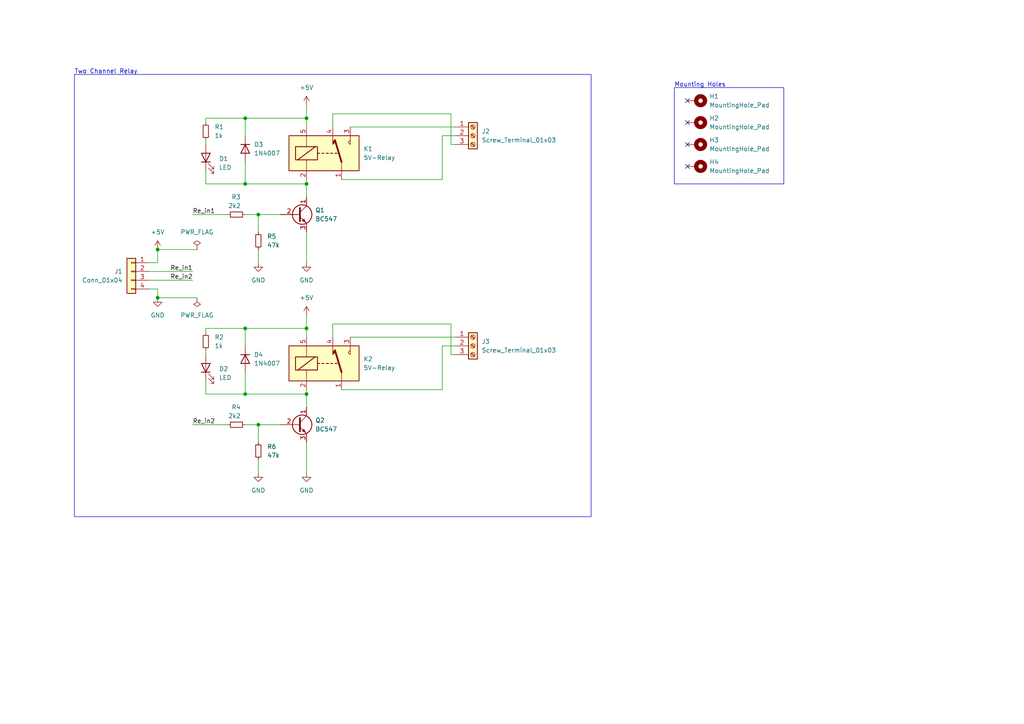
<source format=kicad_sch>
(kicad_sch (version 20230121) (generator eeschema)
  (paper "A4")
  (title_block (title "Two Channel Relay Module") (date "2023-12-11") (rev "1.0") (company "Electronics"))
  (lib_symbols
    (symbol "Connector:Screw_Terminal_01x03" (pin_names (offset 1.016) hide)
      (property "Reference" "J" (at 0 5.08 0))
      (property "Value" "Screw_Terminal_01x03" (at 0 -5.08 0))
      (symbol "Screw_Terminal_01x03_1_1"
        (rectangle (start -1.27 3.81) (end 1.27 -3.81) (stroke (width 0.254)) (fill (type background)))
        (circle (center 0 -2.54) (radius 0.635) (stroke (width 0.1524)))
        (polyline (pts (xy -0.5334 -2.2098) (xy 0.3302 -3.048)) (stroke (width 0.1524)))
        (polyline (pts (xy -0.5334 0.3302) (xy 0.3302 -0.508)) (stroke (width 0.1524)))
        (polyline (pts (xy -0.5334 2.8702) (xy 0.3302 2.032)) (stroke (width 0.1524)))
        (polyline (pts (xy -0.3556 -2.032) (xy 0.508 -2.8702)) (stroke (width 0.1524)))
        (polyline (pts (xy -0.3556 0.508) (xy 0.508 -0.3302)) (stroke (width 0.1524)))
        (polyline (pts (xy -0.3556 3.048) (xy 0.508 2.2098)) (stroke (width 0.1524)))
        (circle (center 0 0) (radius 0.635) (stroke (width 0.1524)))
        (circle (center 0 2.54) (radius 0.635) (stroke (width 0.1524)))
        (pin passive line (at -5.08 2.54 0) (length 3.81) (name "Pin_1") (number "1"))
        (pin passive line (at -5.08 0 0) (length 3.81) (name "Pin_2") (number "2"))
        (pin passive line (at -5.08 -2.54 0) (length 3.81) (name "Pin_3") (number "3"))
      )
    )
    (symbol "Connector_Generic:Conn_01x04" (pin_names (offset 1.016) hide)
      (property "Reference" "J" (at 0 5.08 0))
      (property "Value" "Conn_01x04" (at 0 -7.62 0))
      (symbol "Conn_01x04_1_1"
        (rectangle (start -1.27 -4.953) (end 0 -5.207) (stroke (width 0.1524)))
        (rectangle (start -1.27 -2.413) (end 0 -2.667) (stroke (width 0.1524)))
        (rectangle (start -1.27 0.127) (end 0 -0.127) (stroke (width 0.1524)))
        (rectangle (start -1.27 2.667) (end 0 2.413) (stroke (width 0.1524)))
        (rectangle (start -1.27 3.81) (end 1.27 -6.35) (stroke (width 0.254)) (fill (type background)))
        (pin passive line (at -5.08 2.54 0) (length 3.81) (name "Pin_1") (number "1"))
        (pin passive line (at -5.08 0 0) (length 3.81) (name "Pin_2") (number "2"))
        (pin passive line (at -5.08 -2.54 0) (length 3.81) (name "Pin_3") (number "3"))
        (pin passive line (at -5.08 -5.08 0) (length 3.81) (name "Pin_4") (number "4"))
      )
    )
    (symbol "Device:LED" (pin_numbers hide) (pin_names (offset 1.016) hide)
      (property "Reference" "D" (at 0 2.54 0))
      (property "Value" "LED" (at 0 -2.54 0))
      (symbol "LED_0_1"
        (polyline (pts (xy -1.27 -1.27) (xy -1.27 1.27)) (stroke (width 0.254)))
        (polyline (pts (xy -1.27 0) (xy 1.27 0)))
        (polyline (pts (xy 1.27 -1.27) (xy 1.27 1.27) (xy -1.27 0) (xy 1.27 -1.27)) (stroke (width 0.254)))
        (polyline (pts (xy -3.048 -0.762) (xy -4.572 -2.286) (xy -3.81 -2.286) (xy -4.572 -2.286) (xy -4.572 -1.524)))
        (polyline (pts (xy -1.778 -0.762) (xy -3.302 -2.286) (xy -2.54 -2.286) (xy -3.302 -2.286) (xy -3.302 -1.524)))
      )
      (symbol "LED_1_1"
        (pin passive line (at -3.81 0 0) (length 2.54) (name "K") (number "1"))
        (pin passive line (at 3.81 0 180) (length 2.54) (name "A") (number "2"))
      )
    )
    (symbol "Device:R_Small" (pin_numbers hide) (pin_names (offset 0.254) hide)
      (property "Reference" "R" (at 0.762 0.508 0))
      (property "Value" "R_Small" (at 0.762 -1.016 0))
      (symbol "R_Small_0_1"
        (rectangle (start -0.762 1.778) (end 0.762 -1.778) (stroke (width 0.2032)))
      )
      (symbol "R_Small_1_1"
        (pin passive line (at 0 2.54 270) (length 0.762) (name "~") (number "1"))
        (pin passive line (at 0 -2.54 90) (length 0.762) (name "~") (number "2"))
      )
    )
    (symbol "Diode:1N4007" (pin_numbers hide) (pin_names hide)
      (property "Reference" "D" (at 0 2.54 0))
      (property "Value" "1N4007" (at 0 -2.54 0))
      (symbol "1N4007_0_1"
        (polyline (pts (xy -1.27 1.27) (xy -1.27 -1.27)) (stroke (width 0.254)))
        (polyline (pts (xy 1.27 0) (xy -1.27 0)))
        (polyline (pts (xy 1.27 1.27) (xy 1.27 -1.27) (xy -1.27 0) (xy 1.27 1.27)) (stroke (width 0.254)))
      )
      (symbol "1N4007_1_1"
        (pin passive line (at -3.81 0 0) (length 2.54) (name "K") (number "1"))
        (pin passive line (at 3.81 0 180) (length 2.54) (name "A") (number "2"))
      )
    )
    (symbol "Mechanical:MountingHole_Pad" (pin_numbers hide) (pin_names (offset 1.016) hide)
      (property "Reference" "H" (at 0 6.35 0))
      (property "Value" "MountingHole_Pad" (at 0 4.445 0))
      (symbol "MountingHole_Pad_0_1"
        (circle (center 0 1.27) (radius 1.27) (stroke (width 1.27)))
      )
      (symbol "MountingHole_Pad_1_1"
        (pin input line (at 0 -2.54 90) (length 2.54) (name "1") (number "1"))
      )
    )
    (symbol "Relay:SANYOU_SRD_Form_C"
      (property "Reference" "K" (at 11.43 3.81 0))
      (property "Value" "SANYOU_SRD_Form_C" (at 11.43 1.27 0))
      (symbol "SANYOU_SRD_Form_C_0_0"
        (polyline (pts (xy 7.62 5.08) (xy 7.62 2.54) (xy 6.985 3.175) (xy 7.62 3.81)))
      )
      (symbol "SANYOU_SRD_Form_C_0_1"
        (rectangle (start -10.16 5.08) (end 10.16 -5.08) (stroke (width 0.254)) (fill (type background)))
        (rectangle (start -8.255 1.905) (end -1.905 -1.905) (stroke (width 0.254)))
        (polyline (pts (xy -7.62 -1.905) (xy -2.54 1.905)) (stroke (width 0.254)))
        (polyline (pts (xy -5.08 -5.08) (xy -5.08 -1.905)))
        (polyline (pts (xy -5.08 5.08) (xy -5.08 1.905)))
        (polyline (pts (xy -1.905 0) (xy -1.27 0)) (stroke (width 0.254)))
        (polyline (pts (xy -0.635 0) (xy 0 0)) (stroke (width 0.254)))
        (polyline (pts (xy 0.635 0) (xy 1.27 0)) (stroke (width 0.254)))
        (polyline (pts (xy 1.905 0) (xy 2.54 0)) (stroke (width 0.254)))
        (polyline (pts (xy 3.175 0) (xy 3.81 0)) (stroke (width 0.254)))
        (polyline (pts (xy 5.08 -2.54) (xy 3.175 3.81)) (stroke (width 0.508)))
        (polyline (pts (xy 5.08 -2.54) (xy 5.08 -5.08)))
      )
      (symbol "SANYOU_SRD_Form_C_1_1"
        (polyline (pts (xy 2.54 3.81) (xy 3.175 3.175) (xy 2.54 2.54) (xy 2.54 5.08)) (fill (type outline)))
        (pin passive line (at 5.08 -7.62 90) (length 2.54) (name "~") (number "1"))
        (pin passive line (at -5.08 -7.62 90) (length 2.54) (name "~") (number "2"))
        (pin passive line (at 7.62 7.62 270) (length 2.54) (name "~") (number "3"))
        (pin passive line (at 2.54 7.62 270) (length 2.54) (name "~") (number "4"))
        (pin passive line (at -5.08 7.62 270) (length 2.54) (name "~") (number "5"))
      )
    )
    (symbol "Transistor_BJT:BC547" (pin_names (offset 0) hide)
      (property "Reference" "Q" (at 5.08 1.905 0))
      (property "Value" "BC547" (at 5.08 0 0))
      (symbol "BC547_0_1"
        (polyline (pts (xy 0 0) (xy 0.635 0)))
        (polyline (pts (xy 0.635 0.635) (xy 2.54 2.54)))
        (polyline (pts (xy 0.635 -0.635) (xy 2.54 -2.54) (xy 2.54 -2.54)))
        (polyline (pts (xy 0.635 1.905) (xy 0.635 -1.905) (xy 0.635 -1.905)) (stroke (width 0.508)))
        (polyline (pts (xy 1.27 -1.778) (xy 1.778 -1.27) (xy 2.286 -2.286) (xy 1.27 -1.778) (xy 1.27 -1.778)) (fill (type outline)))
        (circle (center 1.27 0) (radius 2.8194) (stroke (width 0.254)))
      )
      (symbol "BC547_1_1"
        (pin passive line (at 2.54 5.08 270) (length 2.54) (name "C") (number "1"))
        (pin input line (at -5.08 0 0) (length 5.08) (name "B") (number "2"))
        (pin passive line (at 2.54 -5.08 90) (length 2.54) (name "E") (number "3"))
      )
    )
    (symbol "power:+5V" (power) (pin_names (offset 0))
      (property "Value" "+5V" (at 0 3.556 0))
      (symbol "+5V_0_1"
        (polyline (pts (xy -0.762 1.27) (xy 0 2.54)))
        (polyline (pts (xy 0 0) (xy 0 2.54)))
        (polyline (pts (xy 0 2.54) (xy 0.762 1.27)))
      )
      (symbol "+5V_1_1"
        (pin power_in line (at 0 0 90) (length 0) hide (name "+5V") (number "1"))
      )
    )
    (symbol "power:GND" (power) (pin_names (offset 0))
      (property "Value" "GND" (at 0 -3.81 0))
      (symbol "GND_0_1"
        (polyline (pts (xy 0 0) (xy 0 -1.27) (xy 1.27 -1.27) (xy 0 -2.54) (xy -1.27 -1.27) (xy 0 -1.27)))
      )
      (symbol "GND_1_1"
        (pin power_in line (at 0 0 270) (length 0) hide (name "GND") (number "1"))
      )
    )
    (symbol "power:PWR_FLAG" (power) (pin_numbers hide) (pin_names (offset 0) hide)
      (property "Value" "PWR_FLAG" (at 0 3.81 0))
      (symbol "PWR_FLAG_0_0"
        (pin power_out line (at 0 0 90) (length 0) (name "pwr") (number "1"))
      )
      (symbol "PWR_FLAG_0_1"
        (polyline (pts (xy 0 0) (xy 0 1.27) (xy -1.016 1.905) (xy 0 2.54) (xy 1.016 1.905) (xy 0 1.27)))
      )
    )
  )
  (junction (at 88.9 53.34))
  (junction (at 74.93 123.19))
  (junction (at 74.93 62.23))
  (junction (at 71.12 114.3))
  (junction (at 88.9 114.3))
  (junction (at 45.72 86.36))
  (junction (at 45.72 72.39))
  (junction (at 71.12 53.34))
  (junction (at 88.9 95.25))
  (junction (at 71.12 95.25))
  (junction (at 88.9 34.29))
  (junction (at 71.12 34.29))
  (no_connect (at 199.39 29.21))
  (no_connect (at 199.39 48.26))
  (no_connect (at 199.39 41.91))
  (no_connect (at 199.39 35.56))
  (wire (pts (xy 71.12 107.95) (xy 71.12 114.3)))
  (wire (pts (xy 59.69 49.53) (xy 59.69 53.34)))
  (wire (pts (xy 43.18 78.74) (xy 55.88 78.74)))
  (wire (pts (xy 130.81 102.87) (xy 132.08 102.87)))
  (wire (pts (xy 96.52 33.02) (xy 130.81 33.02)))
  (wire (pts (xy 74.93 62.23) (xy 81.28 62.23)))
  (wire (pts (xy 88.9 128.27) (xy 88.9 137.16)))
  (wire (pts (xy 128.27 113.03) (xy 128.27 100.33)))
  (wire (pts (xy 128.27 100.33) (xy 132.08 100.33)))
  (wire (pts (xy 71.12 39.37) (xy 71.12 34.29)))
  (wire (pts (xy 71.12 34.29) (xy 88.9 34.29)))
  (wire (pts (xy 128.27 52.07) (xy 128.27 39.37)))
  (wire (pts (xy 88.9 53.34) (xy 88.9 57.15)))
  (wire (pts (xy 55.88 62.23) (xy 66.04 62.23)))
  (wire (pts (xy 88.9 67.31) (xy 88.9 76.2)))
  (wire (pts (xy 74.93 123.19) (xy 81.28 123.19)))
  (wire (pts (xy 71.12 100.33) (xy 71.12 95.25)))
  (wire (pts (xy 88.9 114.3) (xy 88.9 118.11)))
  (wire (pts (xy 128.27 39.37) (xy 132.08 39.37)))
  (wire (pts (xy 71.12 53.34) (xy 88.9 53.34)))
  (wire (pts (xy 59.69 53.34) (xy 71.12 53.34)))
  (wire (pts (xy 59.69 110.49) (xy 59.69 114.3)))
  (wire (pts (xy 74.93 72.39) (xy 74.93 76.2)))
  (wire (pts (xy 43.18 83.82) (xy 45.72 83.82)))
  (wire (pts (xy 59.69 95.25) (xy 71.12 95.25)))
  (wire (pts (xy 88.9 34.29) (xy 88.9 36.83)))
  (wire (pts (xy 59.69 34.29) (xy 71.12 34.29)))
  (wire (pts (xy 71.12 114.3) (xy 88.9 114.3)))
  (wire (pts (xy 96.52 97.79) (xy 96.52 93.98)))
  (wire (pts (xy 99.06 113.03) (xy 128.27 113.03)))
  (wire (pts (xy 71.12 123.19) (xy 74.93 123.19)))
  (wire (pts (xy 71.12 95.25) (xy 88.9 95.25)))
  (wire (pts (xy 55.88 123.19) (xy 66.04 123.19)))
  (wire (pts (xy 88.9 30.48) (xy 88.9 34.29)))
  (wire (pts (xy 74.93 67.31) (xy 74.93 62.23)))
  (wire (pts (xy 59.69 101.6) (xy 59.69 102.87)))
  (wire (pts (xy 59.69 114.3) (xy 71.12 114.3)))
  (wire (pts (xy 43.18 81.28) (xy 55.88 81.28)))
  (wire (pts (xy 43.18 76.2) (xy 45.72 76.2)))
  (wire (pts (xy 88.9 113.03) (xy 88.9 114.3)))
  (wire (pts (xy 71.12 46.99) (xy 71.12 53.34)))
  (wire (pts (xy 130.81 41.91) (xy 132.08 41.91)))
  (wire (pts (xy 101.6 36.83) (xy 132.08 36.83)))
  (wire (pts (xy 96.52 93.98) (xy 130.81 93.98)))
  (wire (pts (xy 88.9 91.44) (xy 88.9 95.25)))
  (wire (pts (xy 59.69 40.64) (xy 59.69 41.91)))
  (wire (pts (xy 74.93 128.27) (xy 74.93 123.19)))
  (wire (pts (xy 74.93 133.35) (xy 74.93 137.16)))
  (wire (pts (xy 99.06 52.07) (xy 128.27 52.07)))
  (wire (pts (xy 130.81 93.98) (xy 130.81 102.87)))
  (wire (pts (xy 45.72 86.36) (xy 57.15 86.36)))
  (wire (pts (xy 130.81 33.02) (xy 130.81 41.91)))
  (wire (pts (xy 45.72 72.39) (xy 57.15 72.39)))
  (wire (pts (xy 96.52 33.02) (xy 96.52 36.83)))
  (wire (pts (xy 88.9 95.25) (xy 88.9 97.79)))
  (wire (pts (xy 71.12 62.23) (xy 74.93 62.23)))
  (wire (pts (xy 59.69 35.56) (xy 59.69 34.29)))
  (wire (pts (xy 101.6 97.79) (xy 132.08 97.79)))
  (wire (pts (xy 88.9 52.07) (xy 88.9 53.34)))
  (wire (pts (xy 59.69 96.52) (xy 59.69 95.25)))
  (wire (pts (xy 45.72 83.82) (xy 45.72 86.36)))
  (wire (pts (xy 45.72 76.2) (xy 45.72 72.39)))
  (rectangle (start 21.59 21.59) (end 171.45 149.86))
  (rectangle (start 195.58 25.4) (end 227.33 53.34))
  (text "Mounting Holes" (at 195.58 25.4 0) (effects (font (size 1.27 1.27)) (justify left bottom)))
  (text "Two Channel Relay" (at 21.59 21.59 0) (effects (font (size 1.27 1.27)) (justify left bottom)))
  (label "Re_in1" (at 55.88 62.23 0))
  (label "Re_in2" (at 55.88 81.28 180))
  (label "Re_in2" (at 55.88 123.19 0))
  (label "Re_in1" (at 55.88 78.74 180))
  (symbol (lib_id "Device:R_Small") (at 68.58 62.23 90) (unit 1)
    (property "Reference" "R3" (at 69.85 57.15 90) (effects (justify left)))
    (property "Value" "2k2" (at 69.85 59.69 90) (effects (justify left)))
    (property "Footprint" "Resistor_SMD:R_0603_1608Metric" (effects hide))
  )
  (symbol (lib_id "Device:R_Small") (at 59.69 38.1 0) (unit 1)
    (property "Reference" "R1" (at 62.23 36.83 0) (effects (justify left)))
    (property "Value" "1k" (at 62.23 39.37 0) (effects (justify left)))
    (property "Footprint" "Resistor_SMD:R_0603_1608Metric" (effects hide))
  )
  (symbol (lib_id "power:+5V") (at 88.9 30.48 0) (unit 1)
    (property "Reference" "#PWR05" (effects hide))
    (property "Value" "+5V" (at 88.9 25.4 0))
  )
  (symbol (lib_id "Device:R_Small") (at 68.58 123.19 90) (unit 1)
    (property "Reference" "R4" (at 69.85 118.11 90) (effects (justify left)))
    (property "Value" "2k2" (at 69.85 120.65 90) (effects (justify left)))
    (property "Footprint" "Resistor_SMD:R_0603_1608Metric" (effects hide))
  )
  (symbol (lib_id "Mechanical:MountingHole_Pad") (at 201.93 48.26 270) (unit 1)
    (property "Reference" "H4" (at 205.74 46.99 90) (effects (justify left)))
    (property "Value" "MountingHole_Pad" (at 205.74 49.53 90) (effects (justify left)))
    (property "Footprint" "MountingHole:MountingHole_3.2mm_M3_Pad" (effects hide))
  )
  (symbol (lib_id "Relay:SANYOU_SRD_Form_C") (at 93.98 44.45 0) (unit 1)
    (property "Reference" "K1" (at 105.41 43.18 0) (effects (justify left)))
    (property "Value" "5V-Relay" (at 105.41 45.72 0) (effects (justify left)))
    (property "Footprint" "Relay_THT:Relay_SPDT_SANYOU_SRD_Series_Form_C" (effects hide))
    (property "Datasheet" "http://www.sanyourelay.ca/public/products/pdf/SRD.pdf" (effects hide))
  )
  (symbol (lib_id "Connector:Screw_Terminal_01x03") (at 137.16 100.33 0) (unit 1)
    (property "Reference" "J3" (at 139.7 99.06 0) (effects (justify left)))
    (property "Value" "Screw_Terminal_01x03" (at 139.7 101.6 0) (effects (justify left)))
    (property "Footprint" "TerminalBlock_Phoenix:TerminalBlock_Phoenix_MKDS-1,5-3-5.08_1x03_P5.08mm_Horizontal" (effects hide))
  )
  (symbol (lib_id "Mechanical:MountingHole_Pad") (at 201.93 41.91 270) (unit 1)
    (property "Reference" "H3" (at 205.74 40.64 90) (effects (justify left)))
    (property "Value" "MountingHole_Pad" (at 205.74 43.18 90) (effects (justify left)))
    (property "Footprint" "MountingHole:MountingHole_3.2mm_M3_Pad" (effects hide))
  )
  (symbol (lib_id "Device:R_Small") (at 59.69 99.06 0) (unit 1)
    (property "Reference" "R2" (at 62.23 97.79 0) (effects (justify left)))
    (property "Value" "1k" (at 62.23 100.33 0) (effects (justify left)))
    (property "Footprint" "Resistor_SMD:R_0603_1608Metric" (effects hide))
  )
  (symbol (lib_id "Device:R_Small") (at 74.93 130.81 0) (unit 1)
    (property "Reference" "R6" (at 77.47 129.54 0) (effects (justify left)))
    (property "Value" "47k" (at 77.47 132.08 0) (effects (justify left)))
    (property "Footprint" "Resistor_SMD:R_0603_1608Metric" (effects hide))
  )
  (symbol (lib_id "power:+5V") (at 45.72 72.39 0) (unit 1)
    (property "Reference" "#PWR01" (effects hide))
    (property "Value" "+5V" (at 45.72 67.31 0))
  )
  (symbol (lib_id "Connector_Generic:Conn_01x04") (at 38.1 78.74 0) (mirror y) (unit 1)
    (property "Reference" "J1" (at 35.56 78.74 0) (effects (justify left)))
    (property "Value" "Conn_01x04" (at 35.56 81.28 0) (effects (justify left)))
    (property "Footprint" "Connector_PinHeader_2.54mm:PinHeader_1x04_P2.54mm_Vertical" (effects hide))
  )
  (symbol (lib_id "Transistor_BJT:BC547") (at 86.36 62.23 0) (unit 1)
    (property "Reference" "Q1" (at 91.44 60.96 0) (effects (justify left)))
    (property "Value" "BC547" (at 91.44 63.5 0) (effects (justify left)))
    (property "Footprint" "Package_TO_SOT_THT:TO-92S_Wide" (effects hide))
    (property "Datasheet" "https://www.onsemi.com/pub/Collateral/BC550-D.pdf" (effects hide))
  )
  (symbol (lib_id "Diode:1N4007") (at 71.12 43.18 270) (unit 1)
    (property "Reference" "D3" (at 73.66 41.91 90) (effects (justify left)))
    (property "Value" "1N4007" (at 73.66 44.45 90) (effects (justify left)))
    (property "Footprint" "Diode_THT:D_DO-41_SOD81_P10.16mm_Horizontal" (effects hide))
    (property "Datasheet" "http://www.vishay.com/docs/88503/1n4001.pdf" (effects hide))
    (property "Sim.Device" "D" (effects hide))
    (property "Sim.Pins" "1=K 2=A" (effects hide))
  )
  (symbol (lib_id "power:GND") (at 88.9 76.2 0) (unit 1)
    (property "Reference" "#PWR06" (effects hide))
    (property "Value" "GND" (at 88.9 81.28 0))
  )
  (symbol (lib_id "Transistor_BJT:BC547") (at 86.36 123.19 0) (unit 1)
    (property "Reference" "Q2" (at 91.44 121.92 0) (effects (justify left)))
    (property "Value" "BC547" (at 91.44 124.46 0) (effects (justify left)))
    (property "Footprint" "Package_TO_SOT_THT:TO-92S_Wide" (effects hide))
    (property "Datasheet" "https://www.onsemi.com/pub/Collateral/BC550-D.pdf" (effects hide))
  )
  (symbol (lib_id "power:GND") (at 74.93 137.16 0) (unit 1)
    (property "Reference" "#PWR04" (effects hide))
    (property "Value" "GND" (at 74.93 142.24 0))
  )
  (symbol (lib_id "Relay:SANYOU_SRD_Form_C") (at 93.98 105.41 0) (unit 1)
    (property "Reference" "K2" (at 105.41 104.14 0) (effects (justify left)))
    (property "Value" "5V-Relay" (at 105.41 106.68 0) (effects (justify left)))
    (property "Footprint" "Relay_THT:Relay_SPDT_SANYOU_SRD_Series_Form_C" (effects hide))
    (property "Datasheet" "http://www.sanyourelay.ca/public/products/pdf/SRD.pdf" (effects hide))
  )
  (symbol (lib_id "power:PWR_FLAG") (at 57.15 72.39 0) (unit 1)
    (property "Reference" "#FLG01" (effects hide))
    (property "Value" "PWR_FLAG" (at 57.15 67.31 0))
  )
  (symbol (lib_id "Device:LED") (at 59.69 45.72 90) (unit 1)
    (property "Reference" "D1" (at 63.5 46.0375 90) (effects (justify right)))
    (property "Value" "LED" (at 63.5 48.5775 90) (effects (justify right)))
    (property "Footprint" "LED_SMD:LED_0603_1608Metric" (effects hide))
  )
  (symbol (lib_id "power:GND") (at 74.93 76.2 0) (unit 1)
    (property "Reference" "#PWR03" (effects hide))
    (property "Value" "GND" (at 74.93 81.28 0))
  )
  (symbol (lib_id "power:GND") (at 88.9 137.16 0) (unit 1)
    (property "Reference" "#PWR08" (effects hide))
    (property "Value" "GND" (at 88.9 142.24 0))
  )
  (symbol (lib_id "Connector:Screw_Terminal_01x03") (at 137.16 39.37 0) (unit 1)
    (property "Reference" "J2" (at 139.7 38.1 0) (effects (justify left)))
    (property "Value" "Screw_Terminal_01x03" (at 139.7 40.64 0) (effects (justify left)))
    (property "Footprint" "TerminalBlock_Phoenix:TerminalBlock_Phoenix_MKDS-1,5-3-5.08_1x03_P5.08mm_Horizontal" (effects hide))
  )
  (symbol (lib_id "Device:LED") (at 59.69 106.68 90) (unit 1)
    (property "Reference" "D2" (at 63.5 106.9975 90) (effects (justify right)))
    (property "Value" "LED" (at 63.5 109.5375 90) (effects (justify right)))
    (property "Footprint" "LED_SMD:LED_0603_1608Metric" (effects hide))
  )
  (symbol (lib_id "Mechanical:MountingHole_Pad") (at 201.93 29.21 270) (unit 1)
    (property "Reference" "H1" (at 205.74 27.94 90) (effects (justify left)))
    (property "Value" "MountingHole_Pad" (at 205.74 30.48 90) (effects (justify left)))
    (property "Footprint" "MountingHole:MountingHole_3.2mm_M3_Pad" (effects hide))
  )
  (symbol (lib_id "power:PWR_FLAG") (at 57.15 86.36 180) (unit 1)
    (property "Reference" "#FLG03" (effects hide))
    (property "Value" "PWR_FLAG" (at 57.15 91.44 0))
  )
  (symbol (lib_id "power:+5V") (at 88.9 91.44 0) (unit 1)
    (property "Reference" "#PWR07" (effects hide))
    (property "Value" "+5V" (at 88.9 86.36 0))
  )
  (symbol (lib_id "power:GND") (at 45.72 86.36 0) (unit 1)
    (property "Reference" "#PWR09" (effects hide))
    (property "Value" "GND" (at 45.72 91.44 0))
  )
  (symbol (lib_id "Diode:1N4007") (at 71.12 104.14 270) (unit 1)
    (property "Reference" "D4" (at 73.66 102.87 90) (effects (justify left)))
    (property "Value" "1N4007" (at 73.66 105.41 90) (effects (justify left)))
    (property "Footprint" "Diode_THT:D_DO-41_SOD81_P10.16mm_Horizontal" (effects hide))
    (property "Datasheet" "http://www.vishay.com/docs/88503/1n4001.pdf" (effects hide))
    (property "Sim.Device" "D" (effects hide))
    (property "Sim.Pins" "1=K 2=A" (effects hide))
  )
  (symbol (lib_id "Device:R_Small") (at 74.93 69.85 0) (unit 1)
    (property "Reference" "R5" (at 77.47 68.58 0) (effects (justify left)))
    (property "Value" "47k" (at 77.47 71.12 0) (effects (justify left)))
    (property "Footprint" "Resistor_SMD:R_0603_1608Metric" (effects hide))
  )
  (symbol (lib_id "Mechanical:MountingHole_Pad") (at 201.93 35.56 270) (unit 1)
    (property "Reference" "H2" (at 205.74 34.29 90) (effects (justify left)))
    (property "Value" "MountingHole_Pad" (at 205.74 36.83 90) (effects (justify left)))
    (property "Footprint" "MountingHole:MountingHole_3.2mm_M3_Pad" (effects hide))
  )
)
</source>
